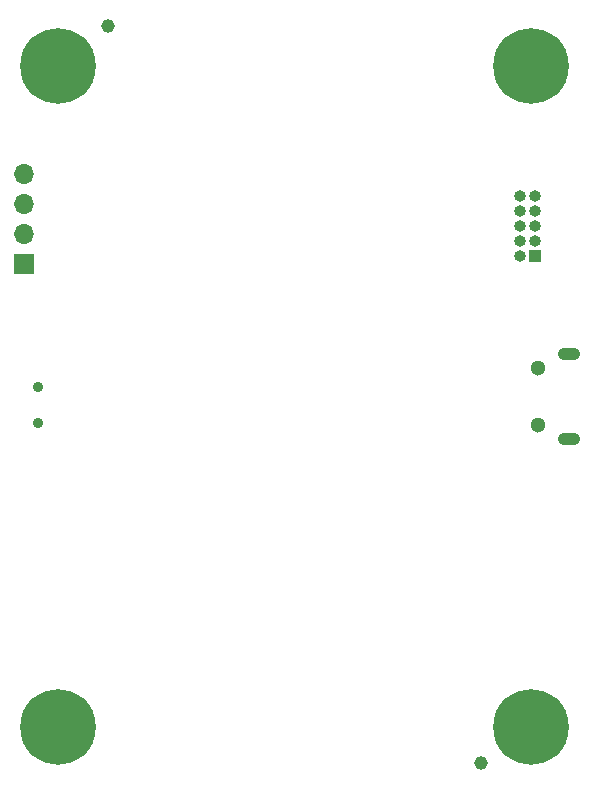
<source format=gbr>
%TF.GenerationSoftware,KiCad,Pcbnew,(5.1.7)-1*%
%TF.CreationDate,2021-03-16T10:20:49+01:00*%
%TF.ProjectId,BluePhil,426c7565-5068-4696-9c2e-6b696361645f,rev?*%
%TF.SameCoordinates,Original*%
%TF.FileFunction,Soldermask,Bot*%
%TF.FilePolarity,Negative*%
%FSLAX46Y46*%
G04 Gerber Fmt 4.6, Leading zero omitted, Abs format (unit mm)*
G04 Created by KiCad (PCBNEW (5.1.7)-1) date 2021-03-16 10:20:49*
%MOMM*%
%LPD*%
G01*
G04 APERTURE LIST*
%ADD10C,1.152000*%
%ADD11C,0.800000*%
%ADD12C,6.400000*%
%ADD13C,0.900000*%
%ADD14O,1.700000X1.700000*%
%ADD15R,1.700000X1.700000*%
%ADD16O,1.900000X1.070000*%
%ADD17C,1.300000*%
%ADD18O,1.000000X1.000000*%
%ADD19R,1.000000X1.000000*%
G04 APERTURE END LIST*
D10*
%TO.C,REF\u002A\u002A*%
X129800000Y-111050000D03*
%TD*%
%TO.C,REF\u002A\u002A*%
X98200000Y-48600000D03*
%TD*%
D11*
%TO.C,H503*%
X95697056Y-50302944D03*
X94000000Y-49600000D03*
X92302944Y-50302944D03*
X91600000Y-52000000D03*
X92302944Y-53697056D03*
X94000000Y-54400000D03*
X95697056Y-53697056D03*
X96400000Y-52000000D03*
D12*
X94000000Y-52000000D03*
%TD*%
D11*
%TO.C,H502*%
X135697056Y-50302944D03*
X134000000Y-49600000D03*
X132302944Y-50302944D03*
X131600000Y-52000000D03*
X132302944Y-53697056D03*
X134000000Y-54400000D03*
X135697056Y-53697056D03*
X136400000Y-52000000D03*
D12*
X134000000Y-52000000D03*
%TD*%
D11*
%TO.C,H501*%
X135697056Y-106302944D03*
X134000000Y-105600000D03*
X132302944Y-106302944D03*
X131600000Y-108000000D03*
X132302944Y-109697056D03*
X134000000Y-110400000D03*
X135697056Y-109697056D03*
X136400000Y-108000000D03*
D12*
X134000000Y-108000000D03*
%TD*%
D11*
%TO.C,H500*%
X95697056Y-106302944D03*
X94000000Y-105600000D03*
X92302944Y-106302944D03*
X91600000Y-108000000D03*
X92302944Y-109697056D03*
X94000000Y-110400000D03*
X95697056Y-109697056D03*
X96400000Y-108000000D03*
D12*
X94000000Y-108000000D03*
%TD*%
D13*
%TO.C,SW200*%
X92270000Y-79200000D03*
X92270000Y-82200000D03*
%TD*%
D14*
%TO.C,J501*%
X91100000Y-61180000D03*
X91100000Y-63720000D03*
X91100000Y-66260000D03*
D15*
X91100000Y-68800000D03*
%TD*%
D16*
%TO.C,J201*%
X137225000Y-83600000D03*
X137225000Y-76400000D03*
D17*
X134600000Y-82425000D03*
X134600000Y-77575000D03*
%TD*%
D18*
%TO.C,J200*%
X133050000Y-63035000D03*
X134320000Y-63035000D03*
X133050000Y-64305000D03*
X134320000Y-64305000D03*
X133050000Y-65575000D03*
X134320000Y-65575000D03*
X133050000Y-66845000D03*
X134320000Y-66845000D03*
X133050000Y-68115000D03*
D19*
X134320000Y-68115000D03*
%TD*%
M02*

</source>
